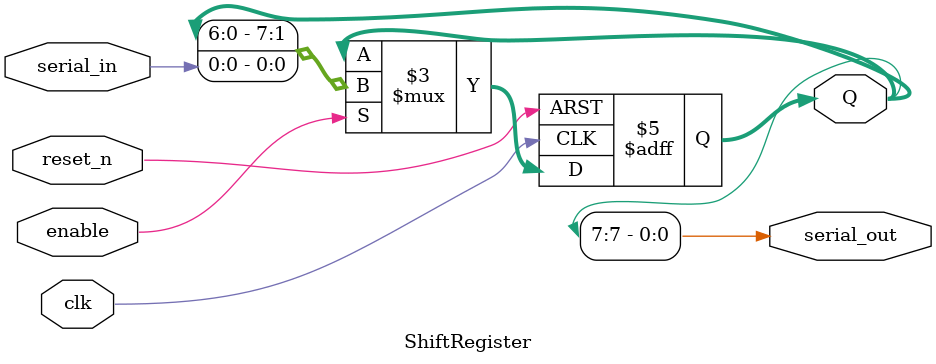
<source format=sv>
module ShiftRegister(
input clk,
input reset_n,
input serial_in,
input enable,
output reg [7:0] Q,
output serial_out
    );
    assign serial_out = Q[7];
    always@ (posedge clk or negedge reset_n) begin 
    if (!reset_n)
    Q <= 8'b0;
    else if (enable)
    Q <= {Q[6:0], serial_in};
    end 
endmodule

</source>
